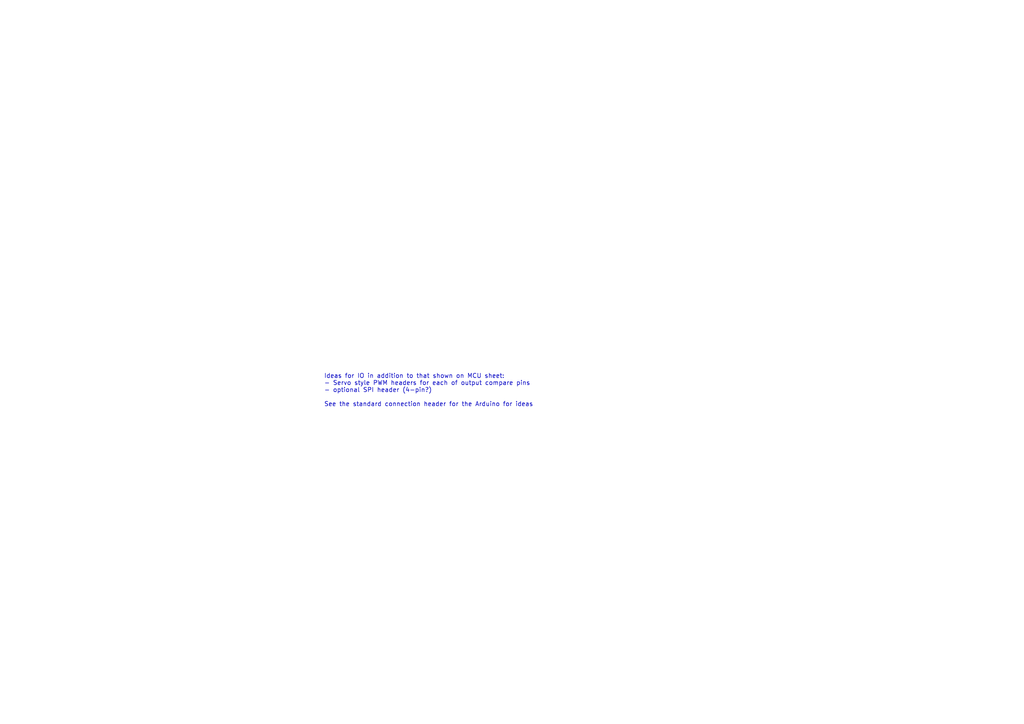
<source format=kicad_sch>
(kicad_sch (version 20211123) (generator eeschema)
  (paper "A4")
  (lib_symbols)
  (text "Ideas for IO in addition to that shown on MCU sheet:\n- Servo style PWM headers for each of output compare pins\n- optional SPI header (4-pin?)\n\nSee the standard connection header for the Arduino for ideas" (at 93.98 118.11 0) (effects (font (size 1.27 1.27)) (justify left bottom)))
)
</source>
